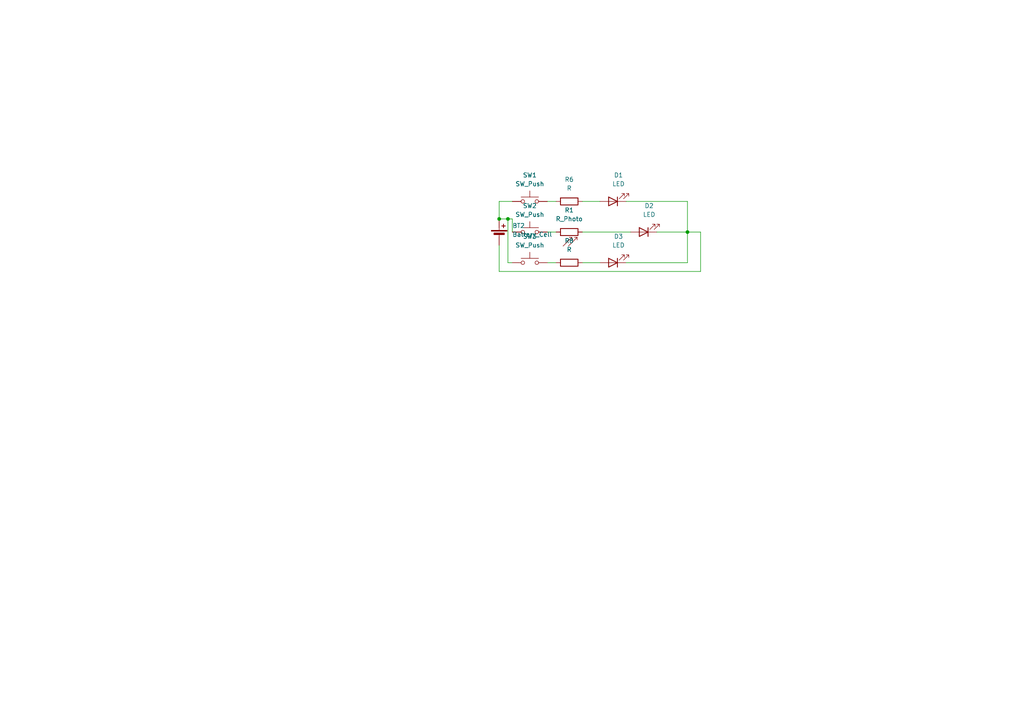
<source format=kicad_sch>
(kicad_sch
	(version 20250114)
	(generator "eeschema")
	(generator_version "9.0")
	(uuid "4e703a09-6926-462e-9864-00cf1ec20d1b")
	(paper "A4")
	(lib_symbols
		(symbol "Device:Battery_Cell"
			(pin_numbers
				(hide yes)
			)
			(pin_names
				(offset 0)
				(hide yes)
			)
			(exclude_from_sim no)
			(in_bom yes)
			(on_board yes)
			(property "Reference" "BT"
				(at 2.54 2.54 0)
				(effects
					(font
						(size 1.27 1.27)
					)
					(justify left)
				)
			)
			(property "Value" "Battery_Cell"
				(at 2.54 0 0)
				(effects
					(font
						(size 1.27 1.27)
					)
					(justify left)
				)
			)
			(property "Footprint" ""
				(at 0 1.524 90)
				(effects
					(font
						(size 1.27 1.27)
					)
					(hide yes)
				)
			)
			(property "Datasheet" "~"
				(at 0 1.524 90)
				(effects
					(font
						(size 1.27 1.27)
					)
					(hide yes)
				)
			)
			(property "Description" "Single-cell battery"
				(at 0 0 0)
				(effects
					(font
						(size 1.27 1.27)
					)
					(hide yes)
				)
			)
			(property "ki_keywords" "battery cell"
				(at 0 0 0)
				(effects
					(font
						(size 1.27 1.27)
					)
					(hide yes)
				)
			)
			(symbol "Battery_Cell_0_1"
				(rectangle
					(start -2.286 1.778)
					(end 2.286 1.524)
					(stroke
						(width 0)
						(type default)
					)
					(fill
						(type outline)
					)
				)
				(rectangle
					(start -1.524 1.016)
					(end 1.524 0.508)
					(stroke
						(width 0)
						(type default)
					)
					(fill
						(type outline)
					)
				)
				(polyline
					(pts
						(xy 0 1.778) (xy 0 2.54)
					)
					(stroke
						(width 0)
						(type default)
					)
					(fill
						(type none)
					)
				)
				(polyline
					(pts
						(xy 0 0.762) (xy 0 0)
					)
					(stroke
						(width 0)
						(type default)
					)
					(fill
						(type none)
					)
				)
				(polyline
					(pts
						(xy 0.762 3.048) (xy 1.778 3.048)
					)
					(stroke
						(width 0.254)
						(type default)
					)
					(fill
						(type none)
					)
				)
				(polyline
					(pts
						(xy 1.27 3.556) (xy 1.27 2.54)
					)
					(stroke
						(width 0.254)
						(type default)
					)
					(fill
						(type none)
					)
				)
			)
			(symbol "Battery_Cell_1_1"
				(pin passive line
					(at 0 5.08 270)
					(length 2.54)
					(name "+"
						(effects
							(font
								(size 1.27 1.27)
							)
						)
					)
					(number "1"
						(effects
							(font
								(size 1.27 1.27)
							)
						)
					)
				)
				(pin passive line
					(at 0 -2.54 90)
					(length 2.54)
					(name "-"
						(effects
							(font
								(size 1.27 1.27)
							)
						)
					)
					(number "2"
						(effects
							(font
								(size 1.27 1.27)
							)
						)
					)
				)
			)
			(embedded_fonts no)
		)
		(symbol "Device:LED"
			(pin_numbers
				(hide yes)
			)
			(pin_names
				(offset 1.016)
				(hide yes)
			)
			(exclude_from_sim no)
			(in_bom yes)
			(on_board yes)
			(property "Reference" "D"
				(at 0 2.54 0)
				(effects
					(font
						(size 1.27 1.27)
					)
				)
			)
			(property "Value" "LED"
				(at 0 -2.54 0)
				(effects
					(font
						(size 1.27 1.27)
					)
				)
			)
			(property "Footprint" ""
				(at 0 0 0)
				(effects
					(font
						(size 1.27 1.27)
					)
					(hide yes)
				)
			)
			(property "Datasheet" "~"
				(at 0 0 0)
				(effects
					(font
						(size 1.27 1.27)
					)
					(hide yes)
				)
			)
			(property "Description" "Light emitting diode"
				(at 0 0 0)
				(effects
					(font
						(size 1.27 1.27)
					)
					(hide yes)
				)
			)
			(property "Sim.Pins" "1=K 2=A"
				(at 0 0 0)
				(effects
					(font
						(size 1.27 1.27)
					)
					(hide yes)
				)
			)
			(property "ki_keywords" "LED diode"
				(at 0 0 0)
				(effects
					(font
						(size 1.27 1.27)
					)
					(hide yes)
				)
			)
			(property "ki_fp_filters" "LED* LED_SMD:* LED_THT:*"
				(at 0 0 0)
				(effects
					(font
						(size 1.27 1.27)
					)
					(hide yes)
				)
			)
			(symbol "LED_0_1"
				(polyline
					(pts
						(xy -3.048 -0.762) (xy -4.572 -2.286) (xy -3.81 -2.286) (xy -4.572 -2.286) (xy -4.572 -1.524)
					)
					(stroke
						(width 0)
						(type default)
					)
					(fill
						(type none)
					)
				)
				(polyline
					(pts
						(xy -1.778 -0.762) (xy -3.302 -2.286) (xy -2.54 -2.286) (xy -3.302 -2.286) (xy -3.302 -1.524)
					)
					(stroke
						(width 0)
						(type default)
					)
					(fill
						(type none)
					)
				)
				(polyline
					(pts
						(xy -1.27 0) (xy 1.27 0)
					)
					(stroke
						(width 0)
						(type default)
					)
					(fill
						(type none)
					)
				)
				(polyline
					(pts
						(xy -1.27 -1.27) (xy -1.27 1.27)
					)
					(stroke
						(width 0.254)
						(type default)
					)
					(fill
						(type none)
					)
				)
				(polyline
					(pts
						(xy 1.27 -1.27) (xy 1.27 1.27) (xy -1.27 0) (xy 1.27 -1.27)
					)
					(stroke
						(width 0.254)
						(type default)
					)
					(fill
						(type none)
					)
				)
			)
			(symbol "LED_1_1"
				(pin passive line
					(at -3.81 0 0)
					(length 2.54)
					(name "K"
						(effects
							(font
								(size 1.27 1.27)
							)
						)
					)
					(number "1"
						(effects
							(font
								(size 1.27 1.27)
							)
						)
					)
				)
				(pin passive line
					(at 3.81 0 180)
					(length 2.54)
					(name "A"
						(effects
							(font
								(size 1.27 1.27)
							)
						)
					)
					(number "2"
						(effects
							(font
								(size 1.27 1.27)
							)
						)
					)
				)
			)
			(embedded_fonts no)
		)
		(symbol "Device:R"
			(pin_numbers
				(hide yes)
			)
			(pin_names
				(offset 0)
			)
			(exclude_from_sim no)
			(in_bom yes)
			(on_board yes)
			(property "Reference" "R"
				(at 2.032 0 90)
				(effects
					(font
						(size 1.27 1.27)
					)
				)
			)
			(property "Value" "R"
				(at 0 0 90)
				(effects
					(font
						(size 1.27 1.27)
					)
				)
			)
			(property "Footprint" ""
				(at -1.778 0 90)
				(effects
					(font
						(size 1.27 1.27)
					)
					(hide yes)
				)
			)
			(property "Datasheet" "~"
				(at 0 0 0)
				(effects
					(font
						(size 1.27 1.27)
					)
					(hide yes)
				)
			)
			(property "Description" "Resistor"
				(at 0 0 0)
				(effects
					(font
						(size 1.27 1.27)
					)
					(hide yes)
				)
			)
			(property "ki_keywords" "R res resistor"
				(at 0 0 0)
				(effects
					(font
						(size 1.27 1.27)
					)
					(hide yes)
				)
			)
			(property "ki_fp_filters" "R_*"
				(at 0 0 0)
				(effects
					(font
						(size 1.27 1.27)
					)
					(hide yes)
				)
			)
			(symbol "R_0_1"
				(rectangle
					(start -1.016 -2.54)
					(end 1.016 2.54)
					(stroke
						(width 0.254)
						(type default)
					)
					(fill
						(type none)
					)
				)
			)
			(symbol "R_1_1"
				(pin passive line
					(at 0 3.81 270)
					(length 1.27)
					(name "~"
						(effects
							(font
								(size 1.27 1.27)
							)
						)
					)
					(number "1"
						(effects
							(font
								(size 1.27 1.27)
							)
						)
					)
				)
				(pin passive line
					(at 0 -3.81 90)
					(length 1.27)
					(name "~"
						(effects
							(font
								(size 1.27 1.27)
							)
						)
					)
					(number "2"
						(effects
							(font
								(size 1.27 1.27)
							)
						)
					)
				)
			)
			(embedded_fonts no)
		)
		(symbol "Device:R_Photo"
			(pin_numbers
				(hide yes)
			)
			(pin_names
				(offset 0)
			)
			(exclude_from_sim no)
			(in_bom yes)
			(on_board yes)
			(property "Reference" "R"
				(at 1.27 1.27 0)
				(effects
					(font
						(size 1.27 1.27)
					)
					(justify left)
				)
			)
			(property "Value" "R_Photo"
				(at 1.27 0 0)
				(effects
					(font
						(size 1.27 1.27)
					)
					(justify left top)
				)
			)
			(property "Footprint" ""
				(at 1.27 -6.35 90)
				(effects
					(font
						(size 1.27 1.27)
					)
					(justify left)
					(hide yes)
				)
			)
			(property "Datasheet" "~"
				(at 0 -1.27 0)
				(effects
					(font
						(size 1.27 1.27)
					)
					(hide yes)
				)
			)
			(property "Description" "Photoresistor"
				(at 0 0 0)
				(effects
					(font
						(size 1.27 1.27)
					)
					(hide yes)
				)
			)
			(property "ki_keywords" "resistor variable light sensitive opto LDR"
				(at 0 0 0)
				(effects
					(font
						(size 1.27 1.27)
					)
					(hide yes)
				)
			)
			(property "ki_fp_filters" "*LDR* R?LDR*"
				(at 0 0 0)
				(effects
					(font
						(size 1.27 1.27)
					)
					(hide yes)
				)
			)
			(symbol "R_Photo_0_1"
				(polyline
					(pts
						(xy -1.524 -0.762) (xy -4.064 1.778)
					)
					(stroke
						(width 0)
						(type default)
					)
					(fill
						(type none)
					)
				)
				(polyline
					(pts
						(xy -1.524 -0.762) (xy -2.286 -0.762)
					)
					(stroke
						(width 0)
						(type default)
					)
					(fill
						(type none)
					)
				)
				(polyline
					(pts
						(xy -1.524 -0.762) (xy -1.524 0)
					)
					(stroke
						(width 0)
						(type default)
					)
					(fill
						(type none)
					)
				)
				(polyline
					(pts
						(xy -1.524 -2.286) (xy -4.064 0.254)
					)
					(stroke
						(width 0)
						(type default)
					)
					(fill
						(type none)
					)
				)
				(polyline
					(pts
						(xy -1.524 -2.286) (xy -2.286 -2.286)
					)
					(stroke
						(width 0)
						(type default)
					)
					(fill
						(type none)
					)
				)
				(polyline
					(pts
						(xy -1.524 -2.286) (xy -1.524 -1.524)
					)
					(stroke
						(width 0)
						(type default)
					)
					(fill
						(type none)
					)
				)
				(rectangle
					(start -1.016 2.54)
					(end 1.016 -2.54)
					(stroke
						(width 0.254)
						(type default)
					)
					(fill
						(type none)
					)
				)
			)
			(symbol "R_Photo_1_1"
				(pin passive line
					(at 0 3.81 270)
					(length 1.27)
					(name "~"
						(effects
							(font
								(size 1.27 1.27)
							)
						)
					)
					(number "1"
						(effects
							(font
								(size 1.27 1.27)
							)
						)
					)
				)
				(pin passive line
					(at 0 -3.81 90)
					(length 1.27)
					(name "~"
						(effects
							(font
								(size 1.27 1.27)
							)
						)
					)
					(number "2"
						(effects
							(font
								(size 1.27 1.27)
							)
						)
					)
				)
			)
			(embedded_fonts no)
		)
		(symbol "Switch:SW_Push"
			(pin_numbers
				(hide yes)
			)
			(pin_names
				(offset 1.016)
				(hide yes)
			)
			(exclude_from_sim no)
			(in_bom yes)
			(on_board yes)
			(property "Reference" "SW"
				(at 1.27 2.54 0)
				(effects
					(font
						(size 1.27 1.27)
					)
					(justify left)
				)
			)
			(property "Value" "SW_Push"
				(at 0 -1.524 0)
				(effects
					(font
						(size 1.27 1.27)
					)
				)
			)
			(property "Footprint" ""
				(at 0 5.08 0)
				(effects
					(font
						(size 1.27 1.27)
					)
					(hide yes)
				)
			)
			(property "Datasheet" "~"
				(at 0 5.08 0)
				(effects
					(font
						(size 1.27 1.27)
					)
					(hide yes)
				)
			)
			(property "Description" "Push button switch, generic, two pins"
				(at 0 0 0)
				(effects
					(font
						(size 1.27 1.27)
					)
					(hide yes)
				)
			)
			(property "ki_keywords" "switch normally-open pushbutton push-button"
				(at 0 0 0)
				(effects
					(font
						(size 1.27 1.27)
					)
					(hide yes)
				)
			)
			(symbol "SW_Push_0_1"
				(circle
					(center -2.032 0)
					(radius 0.508)
					(stroke
						(width 0)
						(type default)
					)
					(fill
						(type none)
					)
				)
				(polyline
					(pts
						(xy 0 1.27) (xy 0 3.048)
					)
					(stroke
						(width 0)
						(type default)
					)
					(fill
						(type none)
					)
				)
				(circle
					(center 2.032 0)
					(radius 0.508)
					(stroke
						(width 0)
						(type default)
					)
					(fill
						(type none)
					)
				)
				(polyline
					(pts
						(xy 2.54 1.27) (xy -2.54 1.27)
					)
					(stroke
						(width 0)
						(type default)
					)
					(fill
						(type none)
					)
				)
				(pin passive line
					(at -5.08 0 0)
					(length 2.54)
					(name "1"
						(effects
							(font
								(size 1.27 1.27)
							)
						)
					)
					(number "1"
						(effects
							(font
								(size 1.27 1.27)
							)
						)
					)
				)
				(pin passive line
					(at 5.08 0 180)
					(length 2.54)
					(name "2"
						(effects
							(font
								(size 1.27 1.27)
							)
						)
					)
					(number "2"
						(effects
							(font
								(size 1.27 1.27)
							)
						)
					)
				)
			)
			(embedded_fonts no)
		)
	)
	(junction
		(at 147.32 63.5)
		(diameter 0)
		(color 0 0 0 0)
		(uuid "2a5cecab-fbdc-4df1-a57b-b855c37700f9")
	)
	(junction
		(at 199.39 67.31)
		(diameter 0)
		(color 0 0 0 0)
		(uuid "d6c5eee0-0582-4d88-af6e-769c0f792dc2")
	)
	(junction
		(at 144.78 63.5)
		(diameter 0)
		(color 0 0 0 0)
		(uuid "e32bec42-5005-4038-b742-8ea8aa3a04f7")
	)
	(wire
		(pts
			(xy 158.75 67.31) (xy 161.29 67.31)
		)
		(stroke
			(width 0)
			(type default)
		)
		(uuid "1bc807fb-5116-4b2c-9ad5-fa90d915add2")
	)
	(wire
		(pts
			(xy 168.91 58.42) (xy 173.99 58.42)
		)
		(stroke
			(width 0)
			(type default)
		)
		(uuid "23bdf6a7-48ee-4759-9b16-212b34ce0052")
	)
	(wire
		(pts
			(xy 147.32 63.5) (xy 148.59 63.5)
		)
		(stroke
			(width 0)
			(type default)
		)
		(uuid "2d3ae000-3f38-43dd-847d-336eee9902c7")
	)
	(wire
		(pts
			(xy 144.78 78.74) (xy 203.2 78.74)
		)
		(stroke
			(width 0)
			(type default)
		)
		(uuid "362155dd-451d-4dcc-b5c1-502b10b85982")
	)
	(wire
		(pts
			(xy 199.39 58.42) (xy 199.39 67.31)
		)
		(stroke
			(width 0)
			(type default)
		)
		(uuid "3b186100-6ea1-441f-b676-ce8195f5fdea")
	)
	(wire
		(pts
			(xy 199.39 76.2) (xy 181.61 76.2)
		)
		(stroke
			(width 0)
			(type default)
		)
		(uuid "4357d0d3-439a-4023-8a1d-82ef49744e76")
	)
	(wire
		(pts
			(xy 144.78 63.5) (xy 144.78 58.42)
		)
		(stroke
			(width 0)
			(type default)
		)
		(uuid "4606d362-8043-47e7-8336-11507869c60f")
	)
	(wire
		(pts
			(xy 199.39 67.31) (xy 190.5 67.31)
		)
		(stroke
			(width 0)
			(type default)
		)
		(uuid "4d358e82-caa9-402d-a315-824ab4788c3d")
	)
	(wire
		(pts
			(xy 181.61 58.42) (xy 199.39 58.42)
		)
		(stroke
			(width 0)
			(type default)
		)
		(uuid "4fd013f4-732c-484a-a30b-866bced86f2b")
	)
	(wire
		(pts
			(xy 144.78 63.5) (xy 147.32 63.5)
		)
		(stroke
			(width 0)
			(type default)
		)
		(uuid "53715a7f-0136-4c7f-882b-79bf5d5d18f7")
	)
	(wire
		(pts
			(xy 168.91 67.31) (xy 182.88 67.31)
		)
		(stroke
			(width 0)
			(type default)
		)
		(uuid "5e97d135-4411-4fa4-a357-bc2d7f3427a9")
	)
	(wire
		(pts
			(xy 158.75 58.42) (xy 161.29 58.42)
		)
		(stroke
			(width 0)
			(type default)
		)
		(uuid "78f87233-22ea-4d5a-ab3c-86c00591c903")
	)
	(wire
		(pts
			(xy 158.75 76.2) (xy 161.29 76.2)
		)
		(stroke
			(width 0)
			(type default)
		)
		(uuid "7934b320-219c-4cea-9b80-e1ba9e8bcf88")
	)
	(wire
		(pts
			(xy 168.91 76.2) (xy 173.99 76.2)
		)
		(stroke
			(width 0)
			(type default)
		)
		(uuid "89283283-064c-4373-a683-1c71127ce1f4")
	)
	(wire
		(pts
			(xy 203.2 78.74) (xy 203.2 67.31)
		)
		(stroke
			(width 0)
			(type default)
		)
		(uuid "91d98866-9eda-4f55-b181-a16155d89d81")
	)
	(wire
		(pts
			(xy 148.59 67.31) (xy 148.59 63.5)
		)
		(stroke
			(width 0)
			(type default)
		)
		(uuid "9e864e5e-e247-47aa-8edd-0d0100d9b477")
	)
	(wire
		(pts
			(xy 144.78 71.12) (xy 144.78 78.74)
		)
		(stroke
			(width 0)
			(type default)
		)
		(uuid "a166ef97-4141-49d2-a2b5-40973df82232")
	)
	(wire
		(pts
			(xy 144.78 58.42) (xy 148.59 58.42)
		)
		(stroke
			(width 0)
			(type default)
		)
		(uuid "bfbcf9c5-59be-488d-982c-2764408de4f3")
	)
	(wire
		(pts
			(xy 147.32 76.2) (xy 147.32 63.5)
		)
		(stroke
			(width 0)
			(type default)
		)
		(uuid "c1cf0e92-21e4-4adc-af0e-3831c0c5f79e")
	)
	(wire
		(pts
			(xy 203.2 67.31) (xy 199.39 67.31)
		)
		(stroke
			(width 0)
			(type default)
		)
		(uuid "c8c5eefd-c5bb-4088-8a52-2cca98acf951")
	)
	(wire
		(pts
			(xy 199.39 67.31) (xy 199.39 76.2)
		)
		(stroke
			(width 0)
			(type default)
		)
		(uuid "edd58c75-6d0e-4940-b256-b1cccb162419")
	)
	(wire
		(pts
			(xy 148.59 76.2) (xy 147.32 76.2)
		)
		(stroke
			(width 0)
			(type default)
		)
		(uuid "f39f43b1-7c91-48f3-9c10-e15b7db8e8c9")
	)
	(symbol
		(lib_id "Switch:SW_Push")
		(at 153.67 76.2 0)
		(unit 1)
		(exclude_from_sim no)
		(in_bom yes)
		(on_board yes)
		(dnp no)
		(fields_autoplaced yes)
		(uuid "2b6c97b8-a70e-4eac-b412-95de7b35b20f")
		(property "Reference" "SW3"
			(at 153.67 68.58 0)
			(effects
				(font
					(size 1.27 1.27)
				)
			)
		)
		(property "Value" "SW_Push"
			(at 153.67 71.12 0)
			(effects
				(font
					(size 1.27 1.27)
				)
			)
		)
		(property "Footprint" "Button_Switch_THT:SW_PUSH_6mm"
			(at 153.67 71.12 0)
			(effects
				(font
					(size 1.27 1.27)
				)
				(hide yes)
			)
		)
		(property "Datasheet" "~"
			(at 153.67 71.12 0)
			(effects
				(font
					(size 1.27 1.27)
				)
				(hide yes)
			)
		)
		(property "Description" "Push button switch, generic, two pins"
			(at 153.67 76.2 0)
			(effects
				(font
					(size 1.27 1.27)
				)
				(hide yes)
			)
		)
		(pin "2"
			(uuid "21c243fb-b9cd-4728-ab65-d0fbe9f4c087")
		)
		(pin "1"
			(uuid "59fc3d27-07f6-46c8-a841-fa345accd7f8")
		)
		(instances
			(project "solder_PCB"
				(path "/4e703a09-6926-462e-9864-00cf1ec20d1b"
					(reference "SW3")
					(unit 1)
				)
			)
		)
	)
	(symbol
		(lib_id "Device:LED")
		(at 177.8 58.42 180)
		(unit 1)
		(exclude_from_sim no)
		(in_bom yes)
		(on_board yes)
		(dnp no)
		(fields_autoplaced yes)
		(uuid "2c996662-a6eb-4b59-bb94-988b05abaeaf")
		(property "Reference" "D1"
			(at 179.3875 50.8 0)
			(effects
				(font
					(size 1.27 1.27)
				)
			)
		)
		(property "Value" "LED"
			(at 179.3875 53.34 0)
			(effects
				(font
					(size 1.27 1.27)
				)
			)
		)
		(property "Footprint" "LED_THT:LED_D5.0mm"
			(at 177.8 58.42 0)
			(effects
				(font
					(size 1.27 1.27)
				)
				(hide yes)
			)
		)
		(property "Datasheet" "~"
			(at 177.8 58.42 0)
			(effects
				(font
					(size 1.27 1.27)
				)
				(hide yes)
			)
		)
		(property "Description" "Light emitting diode"
			(at 177.8 58.42 0)
			(effects
				(font
					(size 1.27 1.27)
				)
				(hide yes)
			)
		)
		(property "Sim.Pins" "1=K 2=A"
			(at 177.8 58.42 0)
			(effects
				(font
					(size 1.27 1.27)
				)
				(hide yes)
			)
		)
		(pin "1"
			(uuid "c46dfb03-818f-4507-91f3-24f0765bffd5")
		)
		(pin "2"
			(uuid "f982d6d1-bc24-480f-9f67-0d1c07e26735")
		)
		(instances
			(project ""
				(path "/4e703a09-6926-462e-9864-00cf1ec20d1b"
					(reference "D1")
					(unit 1)
				)
			)
		)
	)
	(symbol
		(lib_id "Switch:SW_Push")
		(at 153.67 58.42 0)
		(unit 1)
		(exclude_from_sim no)
		(in_bom yes)
		(on_board yes)
		(dnp no)
		(fields_autoplaced yes)
		(uuid "4a1a3ab8-6e19-4d81-9a74-f2a83cbf5392")
		(property "Reference" "SW1"
			(at 153.67 50.8 0)
			(effects
				(font
					(size 1.27 1.27)
				)
			)
		)
		(property "Value" "SW_Push"
			(at 153.67 53.34 0)
			(effects
				(font
					(size 1.27 1.27)
				)
			)
		)
		(property "Footprint" "Button_Switch_THT:SW_PUSH_6mm"
			(at 153.67 53.34 0)
			(effects
				(font
					(size 1.27 1.27)
				)
				(hide yes)
			)
		)
		(property "Datasheet" "~"
			(at 153.67 53.34 0)
			(effects
				(font
					(size 1.27 1.27)
				)
				(hide yes)
			)
		)
		(property "Description" "Push button switch, generic, two pins"
			(at 153.67 58.42 0)
			(effects
				(font
					(size 1.27 1.27)
				)
				(hide yes)
			)
		)
		(pin "2"
			(uuid "b8537a8a-d2db-4b6a-9f81-d4f232ed4ca7")
		)
		(pin "1"
			(uuid "5a7ba7c3-45a4-491e-b28a-ef42cb01372d")
		)
		(instances
			(project "solder_PCB"
				(path "/4e703a09-6926-462e-9864-00cf1ec20d1b"
					(reference "SW1")
					(unit 1)
				)
			)
		)
	)
	(symbol
		(lib_id "Device:Battery_Cell")
		(at 144.78 68.58 0)
		(unit 1)
		(exclude_from_sim no)
		(in_bom yes)
		(on_board yes)
		(dnp no)
		(fields_autoplaced yes)
		(uuid "5675604f-35ea-4869-937b-30fcc7302248")
		(property "Reference" "BT2"
			(at 148.59 65.4684 0)
			(effects
				(font
					(size 1.27 1.27)
				)
				(justify left)
			)
		)
		(property "Value" "Battery_Cell"
			(at 148.59 68.0084 0)
			(effects
				(font
					(size 1.27 1.27)
				)
				(justify left)
			)
		)
		(property "Footprint" "Battery:BatteryHolder_Keystone_3034_1x20mm"
			(at 144.78 67.056 90)
			(effects
				(font
					(size 1.27 1.27)
				)
				(hide yes)
			)
		)
		(property "Datasheet" "~"
			(at 144.78 67.056 90)
			(effects
				(font
					(size 1.27 1.27)
				)
				(hide yes)
			)
		)
		(property "Description" "Single-cell battery"
			(at 144.78 68.58 0)
			(effects
				(font
					(size 1.27 1.27)
				)
				(hide yes)
			)
		)
		(pin "2"
			(uuid "5a8be8ea-d1e2-4792-a1f6-4b56b1176052")
		)
		(pin "1"
			(uuid "ae6a05ad-3b18-4ded-be39-2d0b13166340")
		)
		(instances
			(project "solder_PCB"
				(path "/4e703a09-6926-462e-9864-00cf1ec20d1b"
					(reference "BT2")
					(unit 1)
				)
			)
		)
	)
	(symbol
		(lib_id "Device:LED")
		(at 186.69 67.31 180)
		(unit 1)
		(exclude_from_sim no)
		(in_bom yes)
		(on_board yes)
		(dnp no)
		(fields_autoplaced yes)
		(uuid "60e203aa-4c8c-4b1b-bd55-b6bc48e0344a")
		(property "Reference" "D2"
			(at 188.2775 59.69 0)
			(effects
				(font
					(size 1.27 1.27)
				)
			)
		)
		(property "Value" "LED"
			(at 188.2775 62.23 0)
			(effects
				(font
					(size 1.27 1.27)
				)
			)
		)
		(property "Footprint" "LED_THT:LED_D5.0mm"
			(at 186.69 67.31 0)
			(effects
				(font
					(size 1.27 1.27)
				)
				(hide yes)
			)
		)
		(property "Datasheet" "~"
			(at 186.69 67.31 0)
			(effects
				(font
					(size 1.27 1.27)
				)
				(hide yes)
			)
		)
		(property "Description" "Light emitting diode"
			(at 186.69 67.31 0)
			(effects
				(font
					(size 1.27 1.27)
				)
				(hide yes)
			)
		)
		(property "Sim.Pins" "1=K 2=A"
			(at 186.69 67.31 0)
			(effects
				(font
					(size 1.27 1.27)
				)
				(hide yes)
			)
		)
		(pin "2"
			(uuid "bcc00535-4620-4164-affd-7d3179da6a0e")
		)
		(pin "1"
			(uuid "6a7c8bd3-a41c-4b79-8865-4d7883e3aa26")
		)
		(instances
			(project "solder_PCB"
				(path "/4e703a09-6926-462e-9864-00cf1ec20d1b"
					(reference "D2")
					(unit 1)
				)
			)
		)
	)
	(symbol
		(lib_id "Device:LED")
		(at 177.8 76.2 180)
		(unit 1)
		(exclude_from_sim no)
		(in_bom yes)
		(on_board yes)
		(dnp no)
		(fields_autoplaced yes)
		(uuid "8aa0e36b-c3df-4c10-be8d-7777c2878e57")
		(property "Reference" "D3"
			(at 179.3875 68.58 0)
			(effects
				(font
					(size 1.27 1.27)
				)
			)
		)
		(property "Value" "LED"
			(at 179.3875 71.12 0)
			(effects
				(font
					(size 1.27 1.27)
				)
			)
		)
		(property "Footprint" "LED_THT:LED_D5.0mm"
			(at 177.8 76.2 0)
			(effects
				(font
					(size 1.27 1.27)
				)
				(hide yes)
			)
		)
		(property "Datasheet" "~"
			(at 177.8 76.2 0)
			(effects
				(font
					(size 1.27 1.27)
				)
				(hide yes)
			)
		)
		(property "Description" "Light emitting diode"
			(at 177.8 76.2 0)
			(effects
				(font
					(size 1.27 1.27)
				)
				(hide yes)
			)
		)
		(property "Sim.Pins" "1=K 2=A"
			(at 177.8 76.2 0)
			(effects
				(font
					(size 1.27 1.27)
				)
				(hide yes)
			)
		)
		(pin "2"
			(uuid "057721c8-5df2-4719-891d-2a0eea379ac4")
		)
		(pin "1"
			(uuid "59378505-58d2-4e17-91b3-056466600e9d")
		)
		(instances
			(project "solder_PCB"
				(path "/4e703a09-6926-462e-9864-00cf1ec20d1b"
					(reference "D3")
					(unit 1)
				)
			)
		)
	)
	(symbol
		(lib_id "Device:R_Photo")
		(at 165.1 67.31 90)
		(unit 1)
		(exclude_from_sim no)
		(in_bom yes)
		(on_board yes)
		(dnp no)
		(fields_autoplaced yes)
		(uuid "92c7918d-ebd6-4a88-a4ac-a19e11b63836")
		(property "Reference" "R1"
			(at 165.1 60.96 90)
			(effects
				(font
					(size 1.27 1.27)
				)
			)
		)
		(property "Value" "R_Photo"
			(at 165.1 63.5 90)
			(effects
				(font
					(size 1.27 1.27)
				)
			)
		)
		(property "Footprint" "OptoDevice:R_LDR_5.1x4.3mm_P3.4mm_Vertical"
			(at 171.45 66.04 90)
			(effects
				(font
					(size 1.27 1.27)
				)
				(justify left)
				(hide yes)
			)
		)
		(property "Datasheet" "~"
			(at 166.37 67.31 0)
			(effects
				(font
					(size 1.27 1.27)
				)
				(hide yes)
			)
		)
		(property "Description" "Photoresistor"
			(at 165.1 67.31 0)
			(effects
				(font
					(size 1.27 1.27)
				)
				(hide yes)
			)
		)
		(pin "1"
			(uuid "47b76d12-ef1f-44ae-a2a7-fb0f8b49d82c")
		)
		(pin "2"
			(uuid "c5d099fc-437d-49eb-a93b-e2c24e4ec345")
		)
		(instances
			(project ""
				(path "/4e703a09-6926-462e-9864-00cf1ec20d1b"
					(reference "R1")
					(unit 1)
				)
			)
		)
	)
	(symbol
		(lib_id "Device:R")
		(at 165.1 76.2 90)
		(unit 1)
		(exclude_from_sim no)
		(in_bom yes)
		(on_board yes)
		(dnp no)
		(fields_autoplaced yes)
		(uuid "a4a9c8e9-f4a2-4417-9a38-991349d8a4e8")
		(property "Reference" "R8"
			(at 165.1 69.85 90)
			(effects
				(font
					(size 1.27 1.27)
				)
			)
		)
		(property "Value" "R"
			(at 165.1 72.39 90)
			(effects
				(font
					(size 1.27 1.27)
				)
			)
		)
		(property "Footprint" "Resistor_THT:R_Axial_DIN0207_L6.3mm_D2.5mm_P7.62mm_Horizontal"
			(at 165.1 77.978 90)
			(effects
				(font
					(size 1.27 1.27)
				)
				(hide yes)
			)
		)
		(property "Datasheet" "~"
			(at 165.1 76.2 0)
			(effects
				(font
					(size 1.27 1.27)
				)
				(hide yes)
			)
		)
		(property "Description" "Resistor"
			(at 165.1 76.2 0)
			(effects
				(font
					(size 1.27 1.27)
				)
				(hide yes)
			)
		)
		(pin "2"
			(uuid "11224cf1-f6cf-4ea3-98c6-df5a78cbda19")
		)
		(pin "1"
			(uuid "c6f1ff3e-fd25-4ad2-b5f7-15a1f3c6aae8")
		)
		(instances
			(project "solder_PCB"
				(path "/4e703a09-6926-462e-9864-00cf1ec20d1b"
					(reference "R8")
					(unit 1)
				)
			)
		)
	)
	(symbol
		(lib_id "Switch:SW_Push")
		(at 153.67 67.31 0)
		(unit 1)
		(exclude_from_sim no)
		(in_bom yes)
		(on_board yes)
		(dnp no)
		(fields_autoplaced yes)
		(uuid "affb92e6-b360-4152-b0a6-286a8931c836")
		(property "Reference" "SW2"
			(at 153.67 59.69 0)
			(effects
				(font
					(size 1.27 1.27)
				)
			)
		)
		(property "Value" "SW_Push"
			(at 153.67 62.23 0)
			(effects
				(font
					(size 1.27 1.27)
				)
			)
		)
		(property "Footprint" "Button_Switch_THT:SW_PUSH_6mm"
			(at 153.67 62.23 0)
			(effects
				(font
					(size 1.27 1.27)
				)
				(hide yes)
			)
		)
		(property "Datasheet" "~"
			(at 153.67 62.23 0)
			(effects
				(font
					(size 1.27 1.27)
				)
				(hide yes)
			)
		)
		(property "Description" "Push button switch, generic, two pins"
			(at 153.67 67.31 0)
			(effects
				(font
					(size 1.27 1.27)
				)
				(hide yes)
			)
		)
		(pin "2"
			(uuid "5d859094-0961-43c8-a079-b01b1b49d872")
		)
		(pin "1"
			(uuid "911cd6b6-9da8-4378-9b41-8cccd433e4cc")
		)
		(instances
			(project "solder_PCB"
				(path "/4e703a09-6926-462e-9864-00cf1ec20d1b"
					(reference "SW2")
					(unit 1)
				)
			)
		)
	)
	(symbol
		(lib_id "Device:R")
		(at 165.1 58.42 90)
		(unit 1)
		(exclude_from_sim no)
		(in_bom yes)
		(on_board yes)
		(dnp no)
		(fields_autoplaced yes)
		(uuid "eebcaeb7-9a0f-4141-a16d-ed782c9e8c4b")
		(property "Reference" "R6"
			(at 165.1 52.07 90)
			(effects
				(font
					(size 1.27 1.27)
				)
			)
		)
		(property "Value" "R"
			(at 165.1 54.61 90)
			(effects
				(font
					(size 1.27 1.27)
				)
			)
		)
		(property "Footprint" "Resistor_THT:R_Axial_DIN0207_L6.3mm_D2.5mm_P7.62mm_Horizontal"
			(at 165.1 60.198 90)
			(effects
				(font
					(size 1.27 1.27)
				)
				(hide yes)
			)
		)
		(property "Datasheet" "~"
			(at 165.1 58.42 0)
			(effects
				(font
					(size 1.27 1.27)
				)
				(hide yes)
			)
		)
		(property "Description" "Resistor"
			(at 165.1 58.42 0)
			(effects
				(font
					(size 1.27 1.27)
				)
				(hide yes)
			)
		)
		(pin "2"
			(uuid "4eac0da2-8cd9-4f3b-a116-1811e9669ed6")
		)
		(pin "1"
			(uuid "ec722013-4e9e-480f-bbe9-17f15483b640")
		)
		(instances
			(project "solder_PCB"
				(path "/4e703a09-6926-462e-9864-00cf1ec20d1b"
					(reference "R6")
					(unit 1)
				)
			)
		)
	)
	(sheet_instances
		(path "/"
			(page "1")
		)
	)
	(embedded_fonts no)
)

</source>
